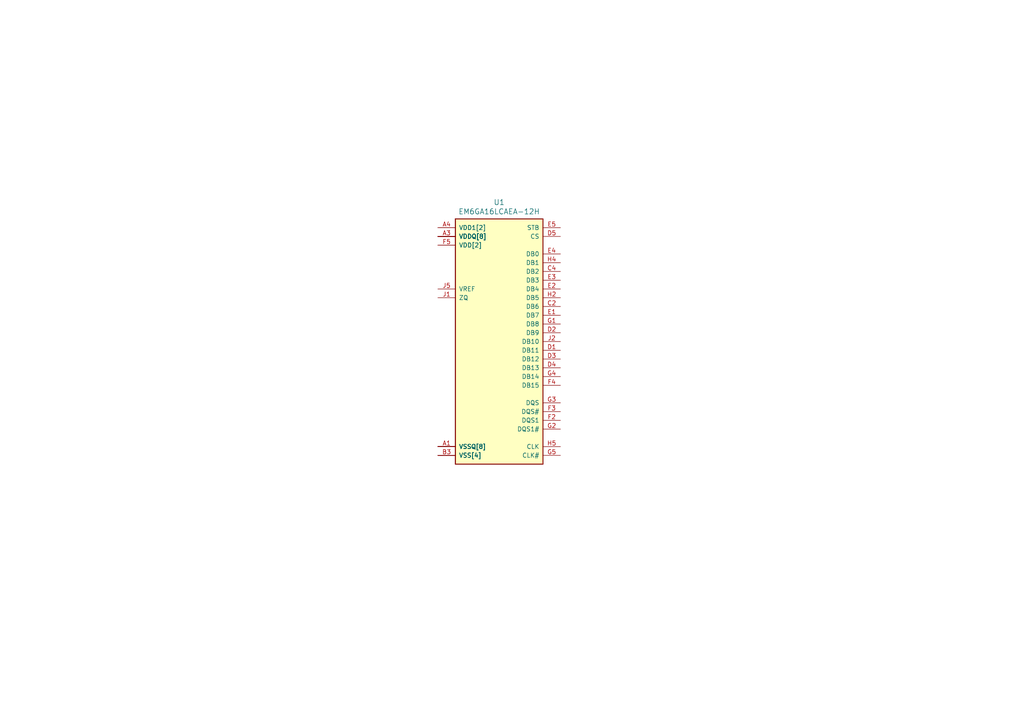
<source format=kicad_sch>
(kicad_sch (version 20230121) (generator eeschema)
  (paper "A4")
  (lib_symbols
    (symbol "rpc-template:EM6GA16LCAEA-12H" (pin_names (offset 1.016))
      (property "Reference" "U" (at 5.08 6.35 0))
      (property "Value" "EM6GA16LCAEA-12H" (at 5.08 3.81 0))
      (symbol "EM6GA16LCAEA-12H_1_1"
        (rectangle (start 5.08 2.54) (end 30.48 -68.58) (stroke (width 0.3048)) (fill (type background)))
        (pin power_in line (at 0 -63.5 0) (length 5.08) (name "VSSQ[8]") (number "A1"))
        (pin power_in line (at 0 -63.5 0) (length 5.08) (name "VSSQ[8]") (number "A2"))
        (pin power_in line (at 0 -2.54 0) (length 5.08) (name "VDDQ[8]") (number "A3"))
        (pin power_in line (at 0 0 0) (length 5.08) (name "VDD1[2]") (number "A4"))
        (pin power_in line (at 0 -2.54 0) (length 5.08) (name "VDDQ[8]") (number "A5"))
        (pin power_in line (at 0 0 0) (length 5.08) (name "VDD1[2]") (number "B1"))
        (pin power_in line (at 0 -2.54 0) (length 5.08) (name "VDDQ[8]") (number "B2"))
        (pin power_in line (at 0 -66.04 0) (length 5.08) (name "VSS[4]") (number "B3"))
        (pin power_in line (at 0 -63.5 0) (length 5.08) (name "VSSQ[8]") (number "B4"))
        (pin power_in line (at 0 -2.54 0) (length 5.08) (name "VDDQ[8]") (number "B5"))
        (pin power_in line (at 0 -66.04 0) (length 5.08) (name "VSS[4]") (number "C1"))
        (pin bidirectional line (at 35.56 -22.86 180) (length 5.08) (name "DB6") (number "C2"))
        (pin power_in line (at 0 -63.5 0) (length 5.08) (name "VSSQ[8]") (number "C3"))
        (pin bidirectional line (at 35.56 -12.7 180) (length 5.08) (name "DB2") (number "C4"))
        (pin power_in line (at 0 -66.04 0) (length 5.08) (name "VSS[4]") (number "C5"))
        (pin bidirectional line (at 35.56 -35.56 180) (length 5.08) (name "DB11") (number "D1"))
        (pin bidirectional line (at 35.56 -30.48 180) (length 5.08) (name "DB9") (number "D2"))
        (pin bidirectional line (at 35.56 -38.1 180) (length 5.08) (name "DB12") (number "D3"))
        (pin bidirectional line (at 35.56 -40.64 180) (length 5.08) (name "DB13") (number "D4"))
        (pin bidirectional line (at 35.56 -2.54 180) (length 5.08) (name "CS") (number "D5"))
        (pin bidirectional line (at 35.56 -25.4 180) (length 5.08) (name "DB7") (number "E1"))
        (pin bidirectional line (at 35.56 -17.78 180) (length 5.08) (name "DB4") (number "E2"))
        (pin bidirectional line (at 35.56 -15.24 180) (length 5.08) (name "DB3") (number "E3"))
        (pin bidirectional line (at 35.56 -7.62 180) (length 5.08) (name "DB0") (number "E4"))
        (pin bidirectional line (at 35.56 0 180) (length 5.08) (name "STB") (number "E5"))
        (pin power_in line (at 0 -63.5 0) (length 5.08) (name "VSSQ[8]") (number "F1"))
        (pin bidirectional line (at 35.56 -55.88 180) (length 5.08) (name "DQS1") (number "F2"))
        (pin bidirectional line (at 35.56 -53.34 180) (length 5.08) (name "DQS#") (number "F3"))
        (pin bidirectional line (at 35.56 -45.72 180) (length 5.08) (name "DB15") (number "F4"))
        (pin power_in line (at 0 -5.08 0) (length 5.08) (name "VDD[2]") (number "F5"))
        (pin bidirectional line (at 35.56 -27.94 180) (length 5.08) (name "DB8") (number "G1"))
        (pin bidirectional line (at 35.56 -58.42 180) (length 5.08) (name "DQS1#") (number "G2"))
        (pin bidirectional line (at 35.56 -50.8 180) (length 5.08) (name "DQS") (number "G3"))
        (pin bidirectional line (at 35.56 -43.18 180) (length 5.08) (name "DB14") (number "G4"))
        (pin bidirectional line (at 35.56 -66.04 180) (length 5.08) (name "CLK#") (number "G5"))
        (pin power_in line (at 0 -66.04 0) (length 5.08) (name "VSS[4]") (number "H1"))
        (pin bidirectional line (at 35.56 -20.32 180) (length 5.08) (name "DB5") (number "H2"))
        (pin power_in line (at 0 -2.54 0) (length 5.08) (name "VDDQ[8]") (number "H3"))
        (pin bidirectional line (at 35.56 -10.16 180) (length 5.08) (name "DB1") (number "H4"))
        (pin bidirectional line (at 35.56 -63.5 180) (length 5.08) (name "CLK") (number "H5"))
        (pin bidirectional line (at 0 -20.32 0) (length 5.08) (name "ZQ") (number "J1"))
        (pin bidirectional line (at 35.56 -33.02 180) (length 5.08) (name "DB10") (number "J2"))
        (pin power_in line (at 0 -2.54 0) (length 5.08) (name "VDDQ[8]") (number "J3"))
        (pin power_in line (at 0 -63.5 0) (length 5.08) (name "VSSQ[8]") (number "J4"))
        (pin bidirectional line (at 0 -17.78 0) (length 5.08) (name "VREF") (number "J5"))
        (pin power_in line (at 0 -5.08 0) (length 5.08) (name "VDD[2]") (number "K1"))
        (pin power_in line (at 0 -2.54 0) (length 5.08) (name "VDDQ[8]") (number "K2"))
        (pin power_in line (at 0 -63.5 0) (length 5.08) (name "VSSQ[8]") (number "K3"))
        (pin power_in line (at 0 -63.5 0) (length 5.08) (name "VSSQ[8]") (number "K4"))
        (pin power_in line (at 0 -2.54 0) (length 5.08) (name "VDDQ[8]") (number "K5"))
      )
    )
  )
  (symbol (lib_id "rpc-template:EM6GA16LCAEA-12H") (at 127 66.04 0) (unit 1)
    (property "Reference" "U1" (at 144.78 58.674 0) (effects (font (size 1.524 1.524))))
    (property "Value" "EM6GA16LCAEA-12H" (at 144.78 61.3664 0) (effects (font (size 1.524 1.524))))
    (property "Footprint" "rpc-template:WLCSP-50_1.96x4.63mm_Layout5x10_P0.4mm" (effects hide))
  )
)
</source>
